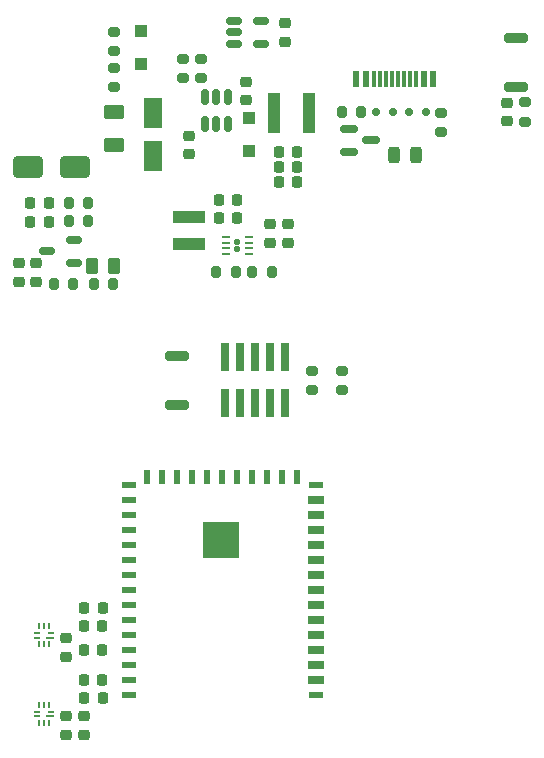
<source format=gbr>
%TF.GenerationSoftware,KiCad,Pcbnew,7.0.9*%
%TF.CreationDate,2024-03-12T23:32:04+08:00*%
%TF.ProjectId,picoduino,7069636f-6475-4696-9e6f-2e6b69636164,rev?*%
%TF.SameCoordinates,Original*%
%TF.FileFunction,Paste,Top*%
%TF.FilePolarity,Positive*%
%FSLAX46Y46*%
G04 Gerber Fmt 4.6, Leading zero omitted, Abs format (unit mm)*
G04 Created by KiCad (PCBNEW 7.0.9) date 2024-03-12 23:32:04*
%MOMM*%
%LPD*%
G01*
G04 APERTURE LIST*
G04 Aperture macros list*
%AMRoundRect*
0 Rectangle with rounded corners*
0 $1 Rounding radius*
0 $2 $3 $4 $5 $6 $7 $8 $9 X,Y pos of 4 corners*
0 Add a 4 corners polygon primitive as box body*
4,1,4,$2,$3,$4,$5,$6,$7,$8,$9,$2,$3,0*
0 Add four circle primitives for the rounded corners*
1,1,$1+$1,$2,$3*
1,1,$1+$1,$4,$5*
1,1,$1+$1,$6,$7*
1,1,$1+$1,$8,$9*
0 Add four rect primitives between the rounded corners*
20,1,$1+$1,$2,$3,$4,$5,0*
20,1,$1+$1,$4,$5,$6,$7,0*
20,1,$1+$1,$6,$7,$8,$9,0*
20,1,$1+$1,$8,$9,$2,$3,0*%
G04 Aperture macros list end*
%ADD10R,0.663000X0.225000*%
%ADD11R,0.563000X0.225000*%
%ADD12R,0.225000X0.563000*%
%ADD13RoundRect,0.225000X0.250000X-0.225000X0.250000X0.225000X-0.250000X0.225000X-0.250000X-0.225000X0*%
%ADD14RoundRect,0.250000X-0.300000X0.300000X-0.300000X-0.300000X0.300000X-0.300000X0.300000X0.300000X0*%
%ADD15RoundRect,0.250000X1.000000X0.650000X-1.000000X0.650000X-1.000000X-0.650000X1.000000X-0.650000X0*%
%ADD16RoundRect,0.225000X-0.225000X-0.250000X0.225000X-0.250000X0.225000X0.250000X-0.225000X0.250000X0*%
%ADD17RoundRect,0.150000X-0.587500X-0.150000X0.587500X-0.150000X0.587500X0.150000X-0.587500X0.150000X0*%
%ADD18R,2.750000X1.000000*%
%ADD19RoundRect,0.150000X0.150000X0.200000X-0.150000X0.200000X-0.150000X-0.200000X0.150000X-0.200000X0*%
%ADD20R,0.740000X2.400000*%
%ADD21R,0.600000X1.450000*%
%ADD22R,0.300000X1.450000*%
%ADD23RoundRect,0.225000X-0.250000X0.225000X-0.250000X-0.225000X0.250000X-0.225000X0.250000X0.225000X0*%
%ADD24RoundRect,0.225000X0.225000X0.250000X-0.225000X0.250000X-0.225000X-0.250000X0.225000X-0.250000X0*%
%ADD25RoundRect,0.200000X-0.200000X-0.275000X0.200000X-0.275000X0.200000X0.275000X-0.200000X0.275000X0*%
%ADD26RoundRect,0.150000X-0.150000X-0.200000X0.150000X-0.200000X0.150000X0.200000X-0.150000X0.200000X0*%
%ADD27RoundRect,0.218750X0.218750X0.256250X-0.218750X0.256250X-0.218750X-0.256250X0.218750X-0.256250X0*%
%ADD28RoundRect,0.200000X-0.275000X0.200000X-0.275000X-0.200000X0.275000X-0.200000X0.275000X0.200000X0*%
%ADD29RoundRect,0.200000X0.275000X-0.200000X0.275000X0.200000X-0.275000X0.200000X-0.275000X-0.200000X0*%
%ADD30RoundRect,0.110000X-0.440000X-1.590000X0.440000X-1.590000X0.440000X1.590000X-0.440000X1.590000X0*%
%ADD31RoundRect,0.150000X-0.512500X-0.150000X0.512500X-0.150000X0.512500X0.150000X-0.512500X0.150000X0*%
%ADD32RoundRect,0.200000X0.800000X-0.200000X0.800000X0.200000X-0.800000X0.200000X-0.800000X-0.200000X0*%
%ADD33RoundRect,0.250000X0.300000X-0.300000X0.300000X0.300000X-0.300000X0.300000X-0.300000X-0.300000X0*%
%ADD34RoundRect,0.250000X0.625000X-0.375000X0.625000X0.375000X-0.625000X0.375000X-0.625000X-0.375000X0*%
%ADD35RoundRect,0.218750X-0.218750X-0.256250X0.218750X-0.256250X0.218750X0.256250X-0.218750X0.256250X0*%
%ADD36RoundRect,0.120000X0.120000X0.120000X-0.120000X0.120000X-0.120000X-0.120000X0.120000X-0.120000X0*%
%ADD37RoundRect,0.062500X0.312500X0.062500X-0.312500X0.062500X-0.312500X-0.062500X0.312500X-0.062500X0*%
%ADD38RoundRect,0.200000X0.200000X0.275000X-0.200000X0.275000X-0.200000X-0.275000X0.200000X-0.275000X0*%
%ADD39RoundRect,0.150000X0.512500X0.150000X-0.512500X0.150000X-0.512500X-0.150000X0.512500X-0.150000X0*%
%ADD40R,1.200000X0.600000*%
%ADD41RoundRect,0.000000X0.600000X0.300000X-0.600000X0.300000X-0.600000X-0.300000X0.600000X-0.300000X0*%
%ADD42R,0.600000X1.200000*%
%ADD43R,3.100000X3.100000*%
%ADD44RoundRect,0.250000X-0.262500X-0.450000X0.262500X-0.450000X0.262500X0.450000X-0.262500X0.450000X0*%
%ADD45RoundRect,0.250000X-0.550000X1.050000X-0.550000X-1.050000X0.550000X-1.050000X0.550000X1.050000X0*%
%ADD46RoundRect,0.243750X0.243750X0.456250X-0.243750X0.456250X-0.243750X-0.456250X0.243750X-0.456250X0*%
%ADD47RoundRect,0.150000X-0.150000X0.512500X-0.150000X-0.512500X0.150000X-0.512500X0.150000X0.512500X0*%
G04 APERTURE END LIST*
D10*
%TO.C,U7*%
X136294658Y-131056719D03*
D11*
X136344658Y-130656719D03*
D12*
X136176158Y-130088219D03*
X135776158Y-130088219D03*
X135376158Y-130088219D03*
D11*
X135207658Y-130656719D03*
X135207658Y-131056719D03*
D12*
X135376158Y-131625219D03*
X135776158Y-131625219D03*
X136176158Y-131625219D03*
%TD*%
D13*
%TO.C,C20*%
X139192000Y-132601000D03*
X139192000Y-131051000D03*
%TD*%
D14*
%TO.C,D3*%
X153162000Y-80388000D03*
X153162000Y-83188000D03*
%TD*%
D15*
%TO.C,D1*%
X138398000Y-84582000D03*
X134398000Y-84582000D03*
%TD*%
D16*
%TO.C,C15*%
X139179000Y-125476000D03*
X140729000Y-125476000D03*
%TD*%
%TO.C,C5*%
X155689000Y-85852000D03*
X157239000Y-85852000D03*
%TD*%
D17*
%TO.C,Q1*%
X161622500Y-81346000D03*
X161622500Y-83246000D03*
X163497500Y-82296000D03*
%TD*%
D18*
%TO.C,L2*%
X148082000Y-91066000D03*
X148082000Y-88766000D03*
%TD*%
D13*
%TO.C,C3*%
X152908000Y-78880000D03*
X152908000Y-77330000D03*
%TD*%
D19*
%TO.C,D6*%
X166686000Y-79883000D03*
X168086000Y-79883000D03*
%TD*%
D16*
%TO.C,C14*%
X139179000Y-123444000D03*
X140729000Y-123444000D03*
%TD*%
D20*
%TO.C,J2*%
X156210000Y-100666000D03*
X156210000Y-104566000D03*
X154940000Y-100666000D03*
X154940000Y-104566000D03*
X153670000Y-100666000D03*
X153670000Y-104566000D03*
X152400000Y-100666000D03*
X152400000Y-104566000D03*
X151130000Y-100666000D03*
X151130000Y-104566000D03*
%TD*%
D10*
%TO.C,U6*%
X136300500Y-124399500D03*
D11*
X136350500Y-123999500D03*
D12*
X136182000Y-123431000D03*
X135782000Y-123431000D03*
X135382000Y-123431000D03*
D11*
X135213500Y-123999500D03*
X135213500Y-124399500D03*
D12*
X135382000Y-124968000D03*
X135782000Y-124968000D03*
X136182000Y-124968000D03*
%TD*%
D21*
%TO.C,J3*%
X168731000Y-77070000D03*
X167931000Y-77070000D03*
D22*
X166731000Y-77070000D03*
X165731000Y-77070000D03*
X165231000Y-77070000D03*
X164231000Y-77070000D03*
D21*
X163031000Y-77070000D03*
X162231000Y-77070000D03*
X162231000Y-77070000D03*
X163031000Y-77070000D03*
D22*
X163731000Y-77070000D03*
X164731000Y-77070000D03*
X166231000Y-77070000D03*
X167231000Y-77070000D03*
D21*
X167931000Y-77070000D03*
X168731000Y-77070000D03*
%TD*%
D23*
%TO.C,C2*%
X148082000Y-81902000D03*
X148082000Y-83452000D03*
%TD*%
D24*
%TO.C,C9*%
X152159000Y-88900000D03*
X150609000Y-88900000D03*
%TD*%
D25*
%TO.C,R11*%
X139972257Y-94485398D03*
X141622257Y-94485398D03*
%TD*%
D23*
%TO.C,C8*%
X156464000Y-89395000D03*
X156464000Y-90945000D03*
%TD*%
D25*
%TO.C,R8*%
X150368000Y-93472000D03*
X152018000Y-93472000D03*
%TD*%
D26*
%TO.C,D7*%
X165292000Y-79883000D03*
X163892000Y-79883000D03*
%TD*%
D27*
%TO.C,D2*%
X136171500Y-89197500D03*
X134596500Y-89197500D03*
%TD*%
D28*
%TO.C,R12*%
X176530000Y-79058000D03*
X176530000Y-80708000D03*
%TD*%
D29*
%TO.C,R16*%
X169418000Y-81597000D03*
X169418000Y-79947000D03*
%TD*%
D16*
%TO.C,C6*%
X155689000Y-83312000D03*
X157239000Y-83312000D03*
%TD*%
D30*
%TO.C,L1*%
X155218000Y-80010000D03*
X158218000Y-80010000D03*
%TD*%
D24*
%TO.C,C10*%
X152159000Y-87376000D03*
X150609000Y-87376000D03*
%TD*%
D27*
%TO.C,D4*%
X136169500Y-87630000D03*
X134594500Y-87630000D03*
%TD*%
D31*
%TO.C,U4*%
X151903000Y-72202000D03*
X151903000Y-73152000D03*
X151903000Y-74102000D03*
X154178000Y-74102000D03*
X154178000Y-72202000D03*
%TD*%
D23*
%TO.C,C12*%
X135128000Y-92697000D03*
X135128000Y-94247000D03*
%TD*%
D32*
%TO.C,SW1*%
X175768000Y-77792000D03*
X175768000Y-73592000D03*
%TD*%
D28*
%TO.C,R6*%
X141732000Y-76159000D03*
X141732000Y-77809000D03*
%TD*%
D25*
%TO.C,R15*%
X160973000Y-79883000D03*
X162623000Y-79883000D03*
%TD*%
D16*
%TO.C,C16*%
X139179000Y-128016000D03*
X140729000Y-128016000D03*
%TD*%
D25*
%TO.C,R9*%
X153416000Y-93472000D03*
X155066000Y-93472000D03*
%TD*%
D33*
%TO.C,D5*%
X144018000Y-75844000D03*
X144018000Y-73044000D03*
%TD*%
D28*
%TO.C,R7*%
X141732000Y-73111000D03*
X141732000Y-74761000D03*
%TD*%
D29*
%TO.C,R13*%
X161036000Y-103441000D03*
X161036000Y-101791000D03*
%TD*%
%TO.C,R3*%
X147574000Y-77025000D03*
X147574000Y-75375000D03*
%TD*%
D34*
%TO.C,F1*%
X141732000Y-82702000D03*
X141732000Y-79902000D03*
%TD*%
D32*
%TO.C,SW2*%
X147066000Y-104716000D03*
X147066000Y-100516000D03*
%TD*%
D35*
%TO.C,FB1*%
X139166500Y-121920000D03*
X140741500Y-121920000D03*
%TD*%
%TO.C,FB3*%
X139166500Y-129540000D03*
X140741500Y-129540000D03*
%TD*%
D36*
%TO.C,U2*%
X152146000Y-91486000D03*
X152146000Y-90886000D03*
D37*
X153121000Y-91936000D03*
X153121000Y-91436000D03*
X153121000Y-90936000D03*
X153121000Y-90436000D03*
X151171000Y-90436000D03*
X151171000Y-90936000D03*
X151171000Y-91436000D03*
X151171000Y-91936000D03*
%TD*%
D38*
%TO.C,R10*%
X139509000Y-89154000D03*
X137859000Y-89154000D03*
%TD*%
D39*
%TO.C,U5*%
X138297500Y-92644000D03*
X138297500Y-90744000D03*
X136022500Y-91694000D03*
%TD*%
D13*
%TO.C,C11*%
X156210000Y-73927000D03*
X156210000Y-72377000D03*
%TD*%
D40*
%TO.C,U1*%
X158776000Y-129206000D03*
D41*
X158776000Y-127936000D03*
X158776000Y-126666000D03*
X158776000Y-125396000D03*
X158776000Y-124126000D03*
X158776000Y-122856000D03*
X158776000Y-121586000D03*
X158776000Y-120316000D03*
X158776000Y-119046000D03*
X158776000Y-117776000D03*
X158776000Y-116506000D03*
X158776000Y-115236000D03*
X158776000Y-113966000D03*
X158776000Y-112696000D03*
D40*
X158776000Y-111426000D03*
D42*
X157226000Y-110806000D03*
X155956000Y-110806000D03*
X154686000Y-110806000D03*
X153416000Y-110806000D03*
X152146000Y-110806000D03*
X150876000Y-110806000D03*
X149606000Y-110806000D03*
X148336000Y-110806000D03*
X147066000Y-110806000D03*
X145796000Y-110806000D03*
X144526000Y-110806000D03*
D40*
X142976000Y-111426000D03*
X142976000Y-112696000D03*
X142976000Y-113966000D03*
X142976000Y-115236000D03*
X142976000Y-116506000D03*
X142976000Y-117776000D03*
X142976000Y-119046000D03*
X142976000Y-120316000D03*
X142976000Y-121586000D03*
X142976000Y-122856000D03*
X142976000Y-124126000D03*
X142976000Y-125396000D03*
X142976000Y-126666000D03*
X142976000Y-127936000D03*
X142976000Y-129206000D03*
D43*
X150756000Y-116086000D03*
%TD*%
D13*
%TO.C,C19*%
X175006000Y-80658000D03*
X175006000Y-79108000D03*
%TD*%
D44*
%TO.C,R1*%
X139866500Y-92964000D03*
X141691500Y-92964000D03*
%TD*%
D38*
%TO.C,R14*%
X139509000Y-87630000D03*
X137859000Y-87630000D03*
%TD*%
D13*
%TO.C,C18*%
X137668000Y-125997000D03*
X137668000Y-124447000D03*
%TD*%
D29*
%TO.C,R5*%
X158496000Y-103441000D03*
X158496000Y-101791000D03*
%TD*%
D25*
%TO.C,R2*%
X136589000Y-94488000D03*
X138239000Y-94488000D03*
%TD*%
D45*
%TO.C,C1*%
X145034000Y-79988000D03*
X145034000Y-83588000D03*
%TD*%
D23*
%TO.C,C7*%
X154940000Y-89395000D03*
X154940000Y-90945000D03*
%TD*%
D46*
%TO.C,F2*%
X167307500Y-83566000D03*
X165432500Y-83566000D03*
%TD*%
D13*
%TO.C,C17*%
X137668000Y-132601000D03*
X137668000Y-131051000D03*
%TD*%
D23*
%TO.C,C13*%
X133667000Y-92697000D03*
X133667000Y-94247000D03*
%TD*%
D47*
%TO.C,U3*%
X151318000Y-78618500D03*
X150368000Y-78618500D03*
X149418000Y-78618500D03*
X149418000Y-80893500D03*
X150368000Y-80893500D03*
X151318000Y-80893500D03*
%TD*%
D28*
%TO.C,R4*%
X149098000Y-75375000D03*
X149098000Y-77025000D03*
%TD*%
D16*
%TO.C,C4*%
X155689000Y-84582000D03*
X157239000Y-84582000D03*
%TD*%
M02*

</source>
